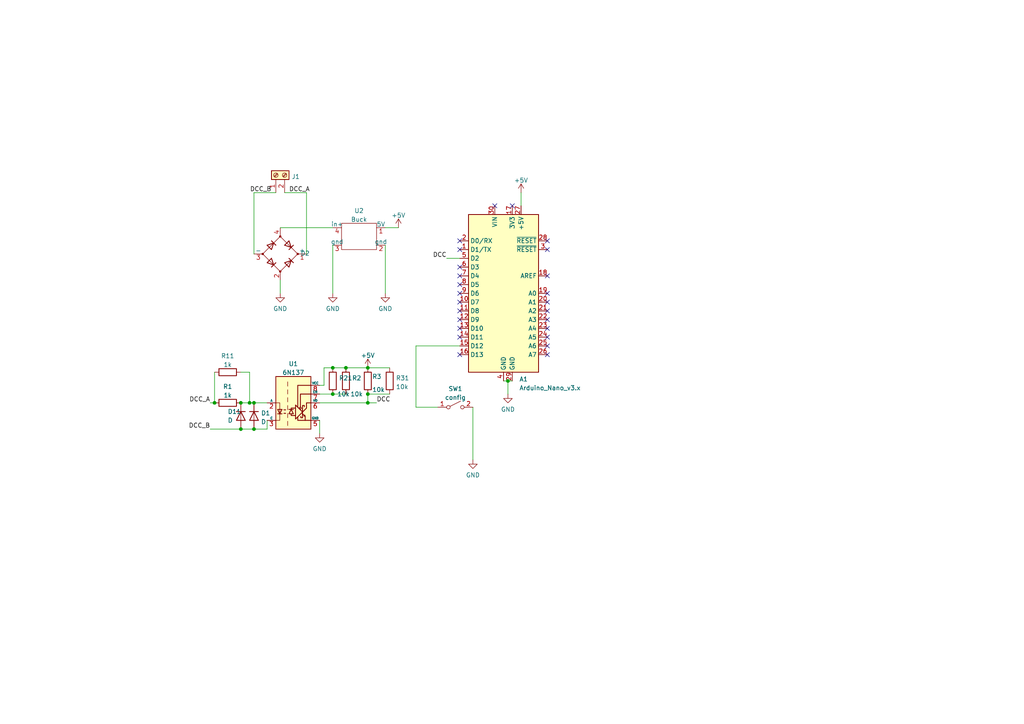
<source format=kicad_sch>
(kicad_sch (version 20230121) (generator eeschema)
  (paper "A4")
  (lib_symbols
    (symbol "Connector:Screw_Terminal_01x02" (pin_names (offset 1.016) hide)
      (property "Reference" "J" (at 0 2.54 0))
      (property "Value" "Screw_Terminal_01x02" (at 0 -5.08 0))
      (symbol "Screw_Terminal_01x02_1_1"
        (rectangle (start -1.27 1.27) (end 1.27 -3.81) (stroke (width 0.254)) (fill (type background)))
        (circle (center 0 -2.54) (radius 0.635) (stroke (width 0.1524)))
        (polyline (pts (xy -0.5334 -2.2098) (xy 0.3302 -3.048)) (stroke (width 0.1524)))
        (polyline (pts (xy -0.5334 0.3302) (xy 0.3302 -0.508)) (stroke (width 0.1524)))
        (polyline (pts (xy -0.3556 -2.032) (xy 0.508 -2.8702)) (stroke (width 0.1524)))
        (polyline (pts (xy -0.3556 0.508) (xy 0.508 -0.3302)) (stroke (width 0.1524)))
        (circle (center 0 0) (radius 0.635) (stroke (width 0.1524)))
        (pin passive line (at -5.08 0 0) (length 3.81) (name "Pin_1") (number "1"))
        (pin passive line (at -5.08 -2.54 0) (length 3.81) (name "Pin_2") (number "2"))
      )
    )
    (symbol "Device:D" (pin_numbers hide) (pin_names (offset 1.016) hide)
      (property "Reference" "D" (at 0 2.54 0))
      (property "Value" "D" (at 0 -2.54 0))
      (symbol "D_0_1"
        (polyline (pts (xy -1.27 1.27) (xy -1.27 -1.27)) (stroke (width 0.254)))
        (polyline (pts (xy 1.27 0) (xy -1.27 0)))
        (polyline (pts (xy 1.27 1.27) (xy 1.27 -1.27) (xy -1.27 0) (xy 1.27 1.27)) (stroke (width 0.254)))
      )
      (symbol "D_1_1"
        (pin passive line (at -3.81 0 0) (length 2.54) (name "K") (number "1"))
        (pin passive line (at 3.81 0 180) (length 2.54) (name "A") (number "2"))
      )
    )
    (symbol "Device:D_Bridge_+A-A" (pin_names (offset 0))
      (property "Reference" "D" (at 2.54 6.985 0))
      (property "Value" "D_Bridge_+A-A" (at 2.54 5.08 0))
      (symbol "D_Bridge_+A-A_0_1"
        (circle (center -5.08 0) (radius 0.254) (fill (type outline)))
        (circle (center 0 -5.08) (radius 0.254) (fill (type outline)))
        (polyline (pts (xy -2.54 3.81) (xy -1.27 2.54)) (stroke (width 0.254)))
        (polyline (pts (xy -1.27 -2.54) (xy -2.54 -3.81)) (stroke (width 0.254)))
        (polyline (pts (xy 2.54 -1.27) (xy 3.81 -2.54)) (stroke (width 0.254)))
        (polyline (pts (xy 2.54 1.27) (xy 3.81 2.54)) (stroke (width 0.254)))
        (polyline (pts (xy -3.81 2.54) (xy -2.54 1.27) (xy -1.905 3.175) (xy -3.81 2.54)) (stroke (width 0.254)))
        (polyline (pts (xy -2.54 -1.27) (xy -3.81 -2.54) (xy -1.905 -3.175) (xy -2.54 -1.27)) (stroke (width 0.254)))
        (polyline (pts (xy 1.27 2.54) (xy 2.54 3.81) (xy 3.175 1.905) (xy 1.27 2.54)) (stroke (width 0.254)))
        (polyline (pts (xy 3.175 -1.905) (xy 1.27 -2.54) (xy 2.54 -3.81) (xy 3.175 -1.905)) (stroke (width 0.254)))
        (polyline (pts (xy -5.08 0) (xy 0 -5.08) (xy 5.08 0) (xy 0 5.08) (xy -5.08 0)))
        (circle (center 0 5.08) (radius 0.254) (fill (type outline)))
        (circle (center 5.08 0) (radius 0.254) (fill (type outline)))
      )
      (symbol "D_Bridge_+A-A_1_1"
        (pin passive line (at 7.62 0 180) (length 2.54) (name "+") (number "1"))
        (pin passive line (at 0 -7.62 90) (length 2.54) (name "~") (number "2"))
        (pin passive line (at -7.62 0 0) (length 2.54) (name "-") (number "3"))
        (pin passive line (at 0 7.62 270) (length 2.54) (name "~") (number "4"))
      )
    )
    (symbol "Device:R" (pin_numbers hide) (pin_names (offset 0))
      (property "Reference" "R" (at 2.032 0 90))
      (property "Value" "R" (at 0 0 90))
      (symbol "R_0_1"
        (rectangle (start -1.016 -2.54) (end 1.016 2.54) (stroke (width 0.254)))
      )
      (symbol "R_1_1"
        (pin passive line (at 0 3.81 270) (length 1.27) (name "~") (number "1"))
        (pin passive line (at 0 -3.81 90) (length 1.27) (name "~") (number "2"))
      )
    )
    (symbol "Isolator:6N137" (pin_names (offset 0))
      (property "Reference" "U" (at -4.064 8.89 0))
      (property "Value" "6N137" (at 0 -8.89 0))
      (symbol "6N137_0_1"
        (polyline (pts (xy 2.667 -3.556) (xy 2.667 -1.651)) (stroke (width 0.254)))
        (polyline (pts (xy 2.667 -2.159) (xy 2.667 -2.921)) (stroke (width 0.254)))
        (polyline (pts (xy 3.429 -3.937) (xy 3.429 -5.08)) (stroke (width 0.254)))
        (polyline (pts (xy -0.635 -3.302) (xy -0.635 -3.683) (xy 0.635 -3.683)) (stroke (width 0.254)))
        (polyline (pts (xy -0.635 -1.905) (xy -0.635 -1.524) (xy 0.508 -1.524)) (stroke (width 0.254)))
        (polyline (pts (xy 1.27 -4.064) (xy 1.27 -5.08) (xy 5.08 -5.08)) (stroke (width 0.254)))
        (polyline (pts (xy 1.27 -1.27) (xy 1.27 5.08) (xy 5.08 5.08)) (stroke (width 0.254)))
        (polyline (pts (xy 2.032 -1.27) (xy 2.032 2.54) (xy 5.08 2.54)) (stroke (width 0.254)))
        (polyline (pts (xy -5.08 -5.08) (xy -3.937 -5.08) (xy -3.937 0) (xy -5.08 0)))
        (polyline (pts (xy 2.667 -3.302) (xy 2.667 -4.318) (xy 2.159 -4.318) (xy 2.159 -3.937)) (stroke (width 0.254)))
        (polyline (pts (xy 2.667 -2.667) (xy 0.635 -4.699) (xy 0.635 -0.635) (xy 2.667 -2.667)) (stroke (width 0.254)))
        (polyline (pts (xy 2.667 -1.778) (xy 2.667 -0.762) (xy 3.175 -0.762) (xy 3.175 -1.143)) (stroke (width 0.254)))
        (polyline (pts (xy 2.794 -2.54) (xy 3.81 -1.524) (xy 3.81 0) (xy 5.08 0)) (stroke (width 0.254)))
        (polyline (pts (xy 2.667 -3.175) (xy 3.429 -3.937) (xy 3.302 -3.556) (xy 3.048 -3.81) (xy 3.429 -3.937)) (stroke (width 0.254)))
        (circle (center 2.032 -1.524) (radius 0.254) (stroke (width 0.254)))
      )
      (symbol "6N137_1_1"
        (rectangle (start -5.08 7.62) (end 5.08 -7.62) (stroke (width 0.254)) (fill (type background)))
        (polyline (pts (xy -4.572 -3.175) (xy -3.302 -3.175)) (stroke (width 0.254)))
        (polyline (pts (xy -1.651 -5.334) (xy -1.651 -6.604)))
        (polyline (pts (xy -1.651 -3.048) (xy -1.651 -4.318)))
        (polyline (pts (xy -1.651 -0.762) (xy -1.651 -2.032)))
        (polyline (pts (xy -1.651 1.524) (xy -1.651 0.254)))
        (polyline (pts (xy -1.651 3.81) (xy -1.651 2.54)))
        (polyline (pts (xy -1.651 6.096) (xy -1.651 4.826)))
        (polyline (pts (xy -1.27 -1.905) (xy 0 -1.905)) (stroke (width 0.254)))
        (polyline (pts (xy -3.937 -3.175) (xy -4.572 -1.905) (xy -3.302 -1.905) (xy -3.937 -3.175)) (stroke (width 0.254)))
        (polyline (pts (xy -0.635 -1.905) (xy -1.27 -3.175) (xy 0 -3.175) (xy -0.635 -1.905)) (stroke (width 0.254)))
        (polyline (pts (xy -2.921 -3.048) (xy -2.159 -3.048) (xy -2.54 -3.175) (xy -2.54 -2.921) (xy -2.159 -3.048)) (stroke (width 0.127)))
        (polyline (pts (xy -2.921 -2.032) (xy -2.159 -2.032) (xy -2.54 -2.159) (xy -2.54 -1.905) (xy -2.159 -2.032)) (stroke (width 0.127)))
        (pin no_connect line (at -5.08 5.08 0) (length 2.54) hide (name "NC") (number "1"))
        (pin passive line (at -7.62 0 0) (length 2.54) (name "A") (number "2"))
        (pin passive line (at -7.62 -5.08 0) (length 2.54) (name "C") (number "3"))
        (pin power_in line (at 7.62 -5.08 180) (length 2.54) (name "GND") (number "5"))
        (pin open_collector line (at 7.62 0 180) (length 2.54) (name "VO") (number "6"))
        (pin input line (at 7.62 2.54 180) (length 2.54) (name "EN") (number "7"))
        (pin power_in line (at 7.62 5.08 180) (length 2.54) (name "VCC") (number "8"))
      )
    )
    (symbol "MCU_Module:Arduino_Nano_v3.x"
      (property "Reference" "A" (at -10.16 23.495 0))
      (property "Value" "Arduino_Nano_v3.x" (at 5.08 -24.13 0))
      (symbol "Arduino_Nano_v3.x_0_1"
        (rectangle (start -10.16 22.86) (end 10.16 -22.86) (stroke (width 0.254)) (fill (type background)))
      )
      (symbol "Arduino_Nano_v3.x_1_1"
        (pin bidirectional line (at -12.7 12.7 0) (length 2.54) (name "D1/TX") (number "1"))
        (pin bidirectional line (at -12.7 -2.54 0) (length 2.54) (name "D7") (number "10"))
        (pin bidirectional line (at -12.7 -5.08 0) (length 2.54) (name "D8") (number "11"))
        (pin bidirectional line (at -12.7 -7.62 0) (length 2.54) (name "D9") (number "12"))
        (pin bidirectional line (at -12.7 -10.16 0) (length 2.54) (name "D10") (number "13"))
        (pin bidirectional line (at -12.7 -12.7 0) (length 2.54) (name "D11") (number "14"))
        (pin bidirectional line (at -12.7 -15.24 0) (length 2.54) (name "D12") (number "15"))
        (pin bidirectional line (at -12.7 -17.78 0) (length 2.54) (name "D13") (number "16"))
        (pin power_out line (at 2.54 25.4 270) (length 2.54) (name "3V3") (number "17"))
        (pin input line (at 12.7 5.08 180) (length 2.54) (name "AREF") (number "18"))
        (pin bidirectional line (at 12.7 0 180) (length 2.54) (name "A0") (number "19"))
        (pin bidirectional line (at -12.7 15.24 0) (length 2.54) (name "D0/RX") (number "2"))
        (pin bidirectional line (at 12.7 -2.54 180) (length 2.54) (name "A1") (number "20"))
        (pin bidirectional line (at 12.7 -5.08 180) (length 2.54) (name "A2") (number "21"))
        (pin bidirectional line (at 12.7 -7.62 180) (length 2.54) (name "A3") (number "22"))
        (pin bidirectional line (at 12.7 -10.16 180) (length 2.54) (name "A4") (number "23"))
        (pin bidirectional line (at 12.7 -12.7 180) (length 2.54) (name "A5") (number "24"))
        (pin bidirectional line (at 12.7 -15.24 180) (length 2.54) (name "A6") (number "25"))
        (pin bidirectional line (at 12.7 -17.78 180) (length 2.54) (name "A7") (number "26"))
        (pin power_out line (at 5.08 25.4 270) (length 2.54) (name "+5V") (number "27"))
        (pin input line (at 12.7 15.24 180) (length 2.54) (name "~{RESET}") (number "28"))
        (pin power_in line (at 2.54 -25.4 90) (length 2.54) (name "GND") (number "29"))
        (pin input line (at 12.7 12.7 180) (length 2.54) (name "~{RESET}") (number "3"))
        (pin power_in line (at -2.54 25.4 270) (length 2.54) (name "VIN") (number "30"))
        (pin power_in line (at 0 -25.4 90) (length 2.54) (name "GND") (number "4"))
        (pin bidirectional line (at -12.7 10.16 0) (length 2.54) (name "D2") (number "5"))
        (pin bidirectional line (at -12.7 7.62 0) (length 2.54) (name "D3") (number "6"))
        (pin bidirectional line (at -12.7 5.08 0) (length 2.54) (name "D4") (number "7"))
        (pin bidirectional line (at -12.7 2.54 0) (length 2.54) (name "D5") (number "8"))
        (pin bidirectional line (at -12.7 0 0) (length 2.54) (name "D6") (number "9"))
      )
    )
    (symbol "Switch:SW_SPST" (pin_names (offset 0) hide)
      (property "Reference" "SW" (at 0 3.175 0))
      (property "Value" "SW_SPST" (at 0 -2.54 0))
      (symbol "SW_SPST_0_0"
        (circle (center -2.032 0) (radius 0.508))
        (polyline (pts (xy -1.524 0.254) (xy 1.524 1.778)))
        (circle (center 2.032 0) (radius 0.508))
      )
      (symbol "SW_SPST_1_1"
        (pin passive line (at -5.08 0 0) (length 2.54) (name "A") (number "1"))
        (pin passive line (at 5.08 0 180) (length 2.54) (name "B") (number "2"))
      )
    )
    (symbol "custom_kicad_lib_sk:Buck" (pin_names (offset 0))
      (property "Reference" "U" (at 0 1.27 0))
      (property "Value" "Buck" (at 0 -1.27 0))
      (symbol "Buck_0_1"
        (rectangle (start -5.08 3.81) (end 5.08 -3.81) (stroke (width 0.1524)))
      )
      (symbol "Buck_1_1"
        (pin power_out line (at -7.62 2.54 0) (length 2.54) (name "5V") (number "1"))
        (pin power_out line (at -7.62 -2.54 0) (length 2.54) (name "gnd") (number "2"))
        (pin power_out line (at 7.62 -2.54 180) (length 2.54) (name "gnd") (number "3"))
        (pin power_in line (at 7.62 2.54 180) (length 2.54) (name "in+") (number "4"))
      )
    )
    (symbol "power:+5V" (power) (pin_names (offset 0))
      (property "Value" "+5V" (at 0 3.556 0))
      (symbol "+5V_0_1"
        (polyline (pts (xy -0.762 1.27) (xy 0 2.54)))
        (polyline (pts (xy 0 0) (xy 0 2.54)))
        (polyline (pts (xy 0 2.54) (xy 0.762 1.27)))
      )
      (symbol "+5V_1_1"
        (pin power_in line (at 0 0 90) (length 0) hide (name "+5V") (number "1"))
      )
    )
    (symbol "power:GND" (power) (pin_names (offset 0))
      (property "Value" "GND" (at 0 -3.81 0))
      (symbol "GND_0_1"
        (polyline (pts (xy 0 0) (xy 0 -1.27) (xy 1.27 -1.27) (xy 0 -2.54) (xy -1.27 -1.27) (xy 0 -1.27)))
      )
      (symbol "GND_1_1"
        (pin power_in line (at 0 0 270) (length 0) hide (name "GND") (number "1"))
      )
    )
  )
  (junction (at 69.85 124.46))
  (junction (at 147.32 110.49))
  (junction (at 96.52 106.68))
  (junction (at 106.68 116.84))
  (junction (at 73.66 124.46))
  (junction (at 69.85 116.84))
  (junction (at 73.66 116.84))
  (junction (at 62.23 116.84))
  (junction (at 96.52 114.3))
  (junction (at 100.33 106.68))
  (junction (at 106.68 106.68))
  (junction (at 106.68 114.3))
  (junction (at 72.39 116.84))
  (no_connect (at 158.75 69.85))
  (no_connect (at 158.75 72.39))
  (no_connect (at 158.75 80.01))
  (no_connect (at 158.75 100.33))
  (no_connect (at 158.75 102.87))
  (no_connect (at 158.75 85.09))
  (no_connect (at 158.75 87.63))
  (no_connect (at 158.75 90.17))
  (no_connect (at 158.75 92.71))
  (no_connect (at 158.75 95.25))
  (no_connect (at 133.35 97.79))
  (no_connect (at 133.35 95.25))
  (no_connect (at 133.35 92.71))
  (no_connect (at 133.35 90.17))
  (no_connect (at 133.35 102.87))
  (no_connect (at 143.51 59.69))
  (no_connect (at 148.59 59.69))
  (no_connect (at 133.35 87.63))
  (no_connect (at 133.35 85.09))
  (no_connect (at 133.35 72.39))
  (no_connect (at 133.35 69.85))
  (no_connect (at 133.35 82.55))
  (no_connect (at 133.35 80.01))
  (no_connect (at 133.35 77.47))
  (no_connect (at 158.75 97.79))
  (wire (pts (xy 96.52 71.12) (xy 96.52 85.09)))
  (wire (pts (xy 106.68 106.68) (xy 113.03 106.68)))
  (wire (pts (xy 72.39 107.95) (xy 69.85 107.95)))
  (wire (pts (xy 147.32 114.3) (xy 147.32 110.49)))
  (wire (pts (xy 92.71 116.84) (xy 106.68 116.84)))
  (wire (pts (xy 73.66 116.84) (xy 72.39 116.84)))
  (wire (pts (xy 106.68 114.3) (xy 113.03 114.3)))
  (wire (pts (xy 120.65 118.11) (xy 127 118.11)))
  (wire (pts (xy 151.13 55.88) (xy 151.13 59.69)))
  (wire (pts (xy 69.85 124.46) (xy 73.66 124.46)))
  (wire (pts (xy 92.71 121.92) (xy 92.71 125.73)))
  (wire (pts (xy 147.32 110.49) (xy 146.05 110.49)))
  (wire (pts (xy 88.9 55.88) (xy 88.9 73.66)))
  (wire (pts (xy 82.55 55.88) (xy 88.9 55.88)))
  (wire (pts (xy 81.28 66.04) (xy 96.52 66.04)))
  (wire (pts (xy 96.52 114.3) (xy 100.33 114.3)))
  (wire (pts (xy 60.96 124.46) (xy 69.85 124.46)))
  (wire (pts (xy 73.66 116.84) (xy 77.47 116.84)))
  (wire (pts (xy 92.71 114.3) (xy 96.52 114.3)))
  (wire (pts (xy 96.52 106.68) (xy 100.33 106.68)))
  (wire (pts (xy 77.47 121.92) (xy 77.47 124.46)))
  (wire (pts (xy 73.66 73.66) (xy 73.66 55.88)))
  (wire (pts (xy 106.68 116.84) (xy 106.68 114.3)))
  (wire (pts (xy 69.85 116.84) (xy 72.39 116.84)))
  (wire (pts (xy 137.16 118.11) (xy 137.16 133.35)))
  (wire (pts (xy 111.76 71.12) (xy 111.76 85.09)))
  (wire (pts (xy 73.66 124.46) (xy 77.47 124.46)))
  (wire (pts (xy 93.98 106.68) (xy 96.52 106.68)))
  (wire (pts (xy 93.98 111.76) (xy 93.98 106.68)))
  (wire (pts (xy 129.54 74.93) (xy 133.35 74.93)))
  (wire (pts (xy 60.96 116.84) (xy 62.23 116.84)))
  (wire (pts (xy 120.65 118.11) (xy 120.65 100.33)))
  (wire (pts (xy 62.23 107.95) (xy 62.23 116.84)))
  (wire (pts (xy 111.76 66.04) (xy 115.57 66.04)))
  (wire (pts (xy 147.32 110.49) (xy 148.59 110.49)))
  (wire (pts (xy 72.39 116.84) (xy 72.39 107.95)))
  (wire (pts (xy 73.66 55.88) (xy 80.01 55.88)))
  (wire (pts (xy 100.33 106.68) (xy 106.68 106.68)))
  (wire (pts (xy 106.68 116.84) (xy 109.22 116.84)))
  (wire (pts (xy 81.28 81.28) (xy 81.28 85.09)))
  (wire (pts (xy 92.71 111.76) (xy 93.98 111.76)))
  (wire (pts (xy 120.65 100.33) (xy 133.35 100.33)))
  (label "DCC_B" (at 78.74 55.88 180))
  (label "DCC" (at 109.22 116.84 0))
  (label "DCC" (at 129.54 74.93 180))
  (label "DCC_A" (at 60.96 116.84 180))
  (label "DCC_B" (at 60.96 124.46 180))
  (label "DCC_A" (at 83.82 55.88 0))
  (symbol (lib_id "power:GND") (at 137.16 133.35 0) (unit 1)
    (property "Reference" "#PWR0101" (effects hide))
    (property "Value" "GND" (at 137.16 137.7934 0))
  )
  (symbol (lib_id "power:+5V") (at 106.68 106.68 0) (unit 1)
    (property "Reference" "#PWR04" (effects hide))
    (property "Value" "+5V" (at 106.68 103.1042 0))
  )
  (symbol (lib_id "Connector:Screw_Terminal_01x02") (at 80.01 50.8 90) (unit 1)
    (property "Reference" "J1" (at 84.582 51.2338 90) (effects (justify right)))
    (property "Value" "Screw_Terminal_01x02" (effects hide))
    (property "Footprint" "TerminalBlock_Phoenix:TerminalBlock_Phoenix_MKDS-1,5-2-5.08_1x02_P5.08mm_Horizontal" (effects hide))
  )
  (symbol (lib_id "MCU_Module:Arduino_Nano_v3.x") (at 146.05 85.09 0) (unit 1)
    (property "Reference" "A1" (at 150.6094 109.9804 0) (effects (justify left)))
    (property "Value" "Arduino_Nano_v3.x" (at 150.6094 112.5173 0) (effects (justify left)))
    (property "Footprint" "Module:Arduino_Nano" (effects hide))
    (property "Datasheet" "http://www.mouser.com/pdfdocs/Gravitech_Arduino_Nano3_0.pdf" (effects hide))
  )
  (symbol (lib_id "power:GND") (at 111.76 85.09 0) (unit 1)
    (property "Reference" "#PWR05" (effects hide))
    (property "Value" "GND" (at 111.76 89.5334 0))
  )
  (symbol (lib_id "Device:R") (at 66.04 107.95 90) (unit 1)
    (property "Reference" "R11" (at 66.04 103.2342 90))
    (property "Value" "1k" (at 66.04 105.7711 90))
    (property "Footprint" "Resistor_SMD:R_0805_2012Metric_Pad1.20x1.40mm_HandSolder" (effects hide))
  )
  (symbol (lib_id "Device:D_Bridge_+A-A") (at 81.28 73.66 0) (unit 1)
    (property "Reference" "D2" (at 88.5077 73.4878 0))
    (property "Value" "D_Bridge_+A-A" (effects hide))
    (property "Footprint" "Diode_THT:Diode_Bridge_Round_D9.0mm" (effects hide))
  )
  (symbol (lib_id "power:GND") (at 92.71 125.73 0) (unit 1)
    (property "Reference" "#PWR02" (effects hide))
    (property "Value" "GND" (at 92.71 130.1734 0))
  )
  (symbol (lib_id "Switch:SW_SPST") (at 132.08 118.11 0) (unit 1)
    (property "Reference" "SW1" (at 132.08 112.7592 0))
    (property "Value" "config" (at 132.08 115.2961 0))
    (property "Footprint" "Button_Switch_THT:SW_PUSH_6mm" (effects hide))
  )
  (symbol (lib_id "Device:D") (at 73.66 120.65 270) (unit 1)
    (property "Reference" "D1" (at 75.692 119.8153 90) (effects (justify left)))
    (property "Value" "D" (at 75.692 122.3522 90) (effects (justify left)))
    (property "Footprint" "Diode_THT:D_DO-34_SOD68_P7.62mm_Horizontal" (effects hide))
  )
  (symbol (lib_id "Device:R") (at 106.68 110.49 0) (unit 1)
    (property "Reference" "R3" (at 107.95 109.22 0) (effects (justify left)))
    (property "Value" "10k" (at 107.95 113.03 0) (effects (justify left)))
    (property "Footprint" "Resistor_THT:R_Axial_DIN0204_L3.6mm_D1.6mm_P7.62mm_Horizontal" (effects hide))
  )
  (symbol (lib_id "Device:R") (at 96.52 110.49 0) (unit 1)
    (property "Reference" "R21" (at 98.298 109.6553 0) (effects (justify left)))
    (property "Value" "10k" (at 97.79 114.3 0) (effects (justify left)))
    (property "Footprint" "Resistor_SMD:R_0805_2012Metric_Pad1.20x1.40mm_HandSolder" (effects hide))
  )
  (symbol (lib_id "power:+5V") (at 151.13 55.88 0) (unit 1)
    (property "Reference" "#PWR08" (effects hide))
    (property "Value" "+5V" (at 151.13 52.3042 0))
  )
  (symbol (lib_id "Device:R") (at 66.04 116.84 90) (unit 1)
    (property "Reference" "R1" (at 66.04 112.1242 90))
    (property "Value" "1k" (at 66.04 114.6611 90))
    (property "Footprint" "Resistor_THT:R_Axial_DIN0204_L3.6mm_D1.6mm_P7.62mm_Horizontal" (effects hide))
  )
  (symbol (lib_id "power:GND") (at 81.28 85.09 0) (unit 1)
    (property "Reference" "#PWR01" (effects hide))
    (property "Value" "GND" (at 81.28 89.5334 0))
  )
  (symbol (lib_id "custom_kicad_lib_sk:Buck") (at 104.14 68.58 0) (mirror y) (unit 1)
    (property "Reference" "U2" (at 104.14 61.121 0))
    (property "Value" "Buck" (at 104.14 63.6579 0))
    (property "Footprint" "custom_kicad_lib_sk:Buck" (effects hide))
  )
  (symbol (lib_id "Device:R") (at 100.33 110.49 0) (unit 1)
    (property "Reference" "R2" (at 102.108 109.6553 0) (effects (justify left)))
    (property "Value" "10k" (at 101.6 114.3 0) (effects (justify left)))
    (property "Footprint" "Resistor_THT:R_Axial_DIN0204_L3.6mm_D1.6mm_P7.62mm_Horizontal" (effects hide))
  )
  (symbol (lib_id "power:GND") (at 96.52 85.09 0) (unit 1)
    (property "Reference" "#PWR03" (effects hide))
    (property "Value" "GND" (at 96.52 89.5334 0))
  )
  (symbol (lib_id "Device:R") (at 113.03 110.49 0) (unit 1)
    (property "Reference" "R31" (at 114.808 109.6553 0) (effects (justify left)))
    (property "Value" "10k" (at 114.808 112.1922 0) (effects (justify left)))
    (property "Footprint" "Resistor_SMD:R_0805_2012Metric_Pad1.20x1.40mm_HandSolder" (effects hide))
  )
  (symbol (lib_id "power:+5V") (at 115.57 66.04 0) (unit 1)
    (property "Reference" "#PWR06" (effects hide))
    (property "Value" "+5V" (at 115.57 62.4642 0))
  )
  (symbol (lib_id "Isolator:6N137") (at 85.09 116.84 0) (unit 1)
    (property "Reference" "U1" (at 85.09 105.5202 0))
    (property "Value" "6N137" (at 85.09 108.0571 0))
    (property "Footprint" "Package_DIP:DIP-8_W7.62mm" (effects hide))
    (property "Datasheet" "https://docs.broadcom.com/docs/AV02-0940EN" (effects hide))
  )
  (symbol (lib_id "power:GND") (at 147.32 114.3 0) (unit 1)
    (property "Reference" "#PWR07" (effects hide))
    (property "Value" "GND" (at 147.32 118.7434 0))
  )
  (symbol (lib_id "Device:D") (at 69.85 120.65 270) (unit 1)
    (property "Reference" "D11" (at 66.04 119.38 90) (effects (justify left)))
    (property "Value" "D" (at 66.04 121.92 90) (effects (justify left)))
    (property "Footprint" "Diode_SMD:D_1206_3216Metric_Pad1.42x1.75mm_HandSolder" (effects hide))
  )
)
</source>
